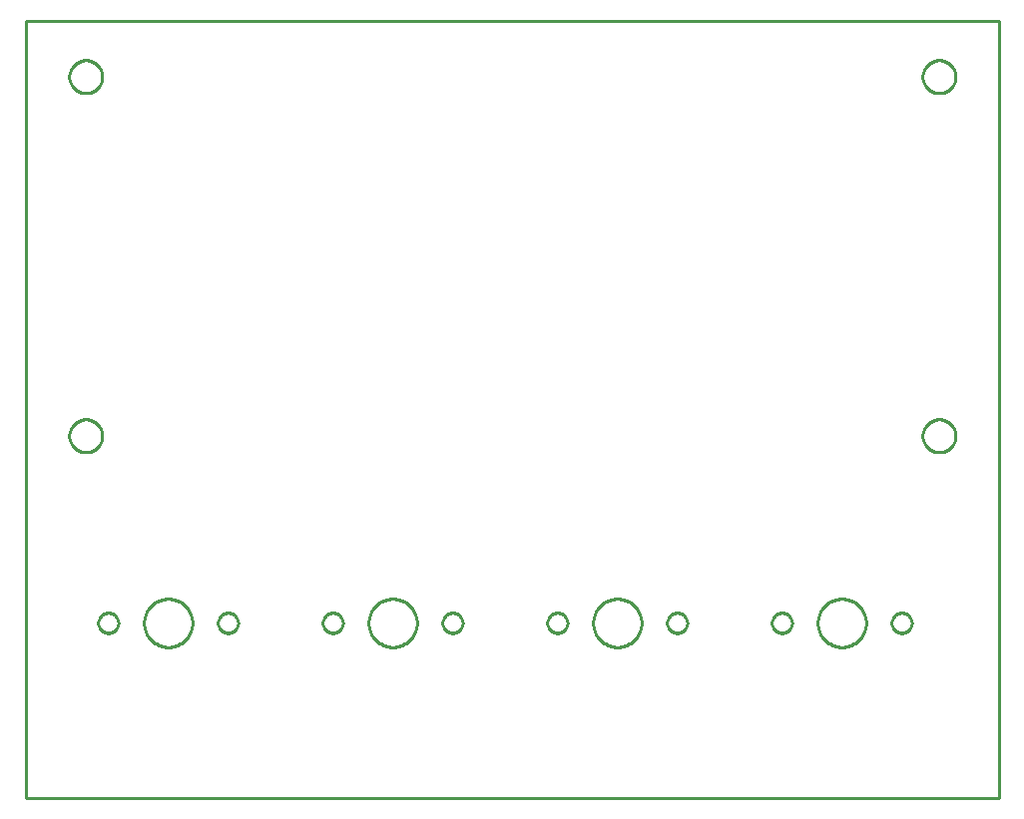
<source format=gbr>
G04 EAGLE Gerber RS-274X export*
G75*
%MOMM*%
%FSLAX34Y34*%
%LPD*%
%IN*%
%IPPOS*%
%AMOC8*
5,1,8,0,0,1.08239X$1,22.5*%
G01*
%ADD10C,0.254000*%


D10*
X304800Y365760D02*
X1130100Y365760D01*
X1130100Y1025400D01*
X304800Y1025400D01*
X304800Y365760D01*
X445897Y513732D02*
X445822Y512499D01*
X445673Y511272D01*
X445451Y510057D01*
X445155Y508857D01*
X444787Y507677D01*
X444349Y506522D01*
X443842Y505395D01*
X443268Y504301D01*
X442629Y503243D01*
X441927Y502226D01*
X441165Y501254D01*
X440345Y500329D01*
X439471Y499455D01*
X438546Y498636D01*
X437574Y497873D01*
X436557Y497171D01*
X435499Y496532D01*
X434405Y495958D01*
X433278Y495451D01*
X432123Y495013D01*
X430943Y494645D01*
X429743Y494349D01*
X428528Y494127D01*
X427301Y493978D01*
X426068Y493903D01*
X424832Y493903D01*
X423599Y493978D01*
X422372Y494127D01*
X421157Y494349D01*
X419957Y494645D01*
X418777Y495013D01*
X417622Y495451D01*
X416495Y495958D01*
X415401Y496532D01*
X414343Y497171D01*
X413326Y497873D01*
X412354Y498636D01*
X411429Y499455D01*
X410555Y500329D01*
X409736Y501254D01*
X408973Y502226D01*
X408271Y503243D01*
X407632Y504301D01*
X407058Y505395D01*
X406551Y506522D01*
X406113Y507677D01*
X405745Y508857D01*
X405449Y510057D01*
X405227Y511272D01*
X405078Y512499D01*
X405003Y513732D01*
X405003Y514968D01*
X405078Y516201D01*
X405227Y517428D01*
X405449Y518643D01*
X405745Y519843D01*
X406113Y521023D01*
X406551Y522178D01*
X407058Y523305D01*
X407632Y524399D01*
X408271Y525457D01*
X408973Y526474D01*
X409736Y527446D01*
X410555Y528371D01*
X411429Y529245D01*
X412354Y530065D01*
X413326Y530827D01*
X414343Y531529D01*
X415401Y532168D01*
X416495Y532742D01*
X417622Y533249D01*
X418777Y533687D01*
X419957Y534055D01*
X421157Y534351D01*
X422372Y534573D01*
X423599Y534722D01*
X424832Y534797D01*
X426068Y534797D01*
X427301Y534722D01*
X428528Y534573D01*
X429743Y534351D01*
X430943Y534055D01*
X432123Y533687D01*
X433278Y533249D01*
X434405Y532742D01*
X435499Y532168D01*
X436557Y531529D01*
X437574Y530827D01*
X438546Y530065D01*
X439471Y529245D01*
X440345Y528371D01*
X441165Y527446D01*
X441927Y526474D01*
X442629Y525457D01*
X443268Y524399D01*
X443842Y523305D01*
X444349Y522178D01*
X444787Y521023D01*
X445155Y519843D01*
X445451Y518643D01*
X445673Y517428D01*
X445822Y516201D01*
X445897Y514968D01*
X445897Y513732D01*
X383184Y513977D02*
X383119Y513235D01*
X382990Y512501D01*
X382797Y511781D01*
X382542Y511081D01*
X382227Y510406D01*
X381855Y509760D01*
X381427Y509150D01*
X380948Y508579D01*
X380421Y508052D01*
X379850Y507573D01*
X379240Y507145D01*
X378595Y506773D01*
X377919Y506458D01*
X377219Y506203D01*
X376499Y506010D01*
X375765Y505881D01*
X375023Y505816D01*
X374277Y505816D01*
X373535Y505881D01*
X372801Y506010D01*
X372081Y506203D01*
X371381Y506458D01*
X370706Y506773D01*
X370060Y507145D01*
X369450Y507573D01*
X368879Y508052D01*
X368352Y508579D01*
X367873Y509150D01*
X367445Y509760D01*
X367073Y510406D01*
X366758Y511081D01*
X366503Y511781D01*
X366310Y512501D01*
X366181Y513235D01*
X366116Y513977D01*
X366116Y514723D01*
X366181Y515465D01*
X366310Y516199D01*
X366503Y516919D01*
X366758Y517619D01*
X367073Y518295D01*
X367445Y518940D01*
X367873Y519550D01*
X368352Y520121D01*
X368879Y520648D01*
X369450Y521127D01*
X370060Y521555D01*
X370706Y521927D01*
X371381Y522242D01*
X372081Y522497D01*
X372801Y522690D01*
X373535Y522819D01*
X374277Y522884D01*
X375023Y522884D01*
X375765Y522819D01*
X376499Y522690D01*
X377219Y522497D01*
X377919Y522242D01*
X378595Y521927D01*
X379240Y521555D01*
X379850Y521127D01*
X380421Y520648D01*
X380948Y520121D01*
X381427Y519550D01*
X381855Y518940D01*
X382227Y518295D01*
X382542Y517619D01*
X382797Y516919D01*
X382990Y516199D01*
X383119Y515465D01*
X383184Y514723D01*
X383184Y513977D01*
X484784Y513977D02*
X484719Y513235D01*
X484590Y512501D01*
X484397Y511781D01*
X484142Y511081D01*
X483827Y510406D01*
X483455Y509760D01*
X483027Y509150D01*
X482548Y508579D01*
X482021Y508052D01*
X481450Y507573D01*
X480840Y507145D01*
X480195Y506773D01*
X479519Y506458D01*
X478819Y506203D01*
X478099Y506010D01*
X477365Y505881D01*
X476623Y505816D01*
X475877Y505816D01*
X475135Y505881D01*
X474401Y506010D01*
X473681Y506203D01*
X472981Y506458D01*
X472306Y506773D01*
X471660Y507145D01*
X471050Y507573D01*
X470479Y508052D01*
X469952Y508579D01*
X469473Y509150D01*
X469045Y509760D01*
X468673Y510406D01*
X468358Y511081D01*
X468103Y511781D01*
X467910Y512501D01*
X467781Y513235D01*
X467716Y513977D01*
X467716Y514723D01*
X467781Y515465D01*
X467910Y516199D01*
X468103Y516919D01*
X468358Y517619D01*
X468673Y518295D01*
X469045Y518940D01*
X469473Y519550D01*
X469952Y520121D01*
X470479Y520648D01*
X471050Y521127D01*
X471660Y521555D01*
X472306Y521927D01*
X472981Y522242D01*
X473681Y522497D01*
X474401Y522690D01*
X475135Y522819D01*
X475877Y522884D01*
X476623Y522884D01*
X477365Y522819D01*
X478099Y522690D01*
X478819Y522497D01*
X479519Y522242D01*
X480195Y521927D01*
X480840Y521555D01*
X481450Y521127D01*
X482021Y520648D01*
X482548Y520121D01*
X483027Y519550D01*
X483455Y518940D01*
X483827Y518295D01*
X484142Y517619D01*
X484397Y516919D01*
X484590Y516199D01*
X484719Y515465D01*
X484784Y514723D01*
X484784Y513977D01*
X636397Y513732D02*
X636322Y512499D01*
X636173Y511272D01*
X635951Y510057D01*
X635655Y508857D01*
X635287Y507677D01*
X634849Y506522D01*
X634342Y505395D01*
X633768Y504301D01*
X633129Y503243D01*
X632427Y502226D01*
X631665Y501254D01*
X630845Y500329D01*
X629971Y499455D01*
X629046Y498636D01*
X628074Y497873D01*
X627057Y497171D01*
X625999Y496532D01*
X624905Y495958D01*
X623778Y495451D01*
X622623Y495013D01*
X621443Y494645D01*
X620243Y494349D01*
X619028Y494127D01*
X617801Y493978D01*
X616568Y493903D01*
X615332Y493903D01*
X614099Y493978D01*
X612872Y494127D01*
X611657Y494349D01*
X610457Y494645D01*
X609277Y495013D01*
X608122Y495451D01*
X606995Y495958D01*
X605901Y496532D01*
X604843Y497171D01*
X603826Y497873D01*
X602854Y498636D01*
X601929Y499455D01*
X601055Y500329D01*
X600236Y501254D01*
X599473Y502226D01*
X598771Y503243D01*
X598132Y504301D01*
X597558Y505395D01*
X597051Y506522D01*
X596613Y507677D01*
X596245Y508857D01*
X595949Y510057D01*
X595727Y511272D01*
X595578Y512499D01*
X595503Y513732D01*
X595503Y514968D01*
X595578Y516201D01*
X595727Y517428D01*
X595949Y518643D01*
X596245Y519843D01*
X596613Y521023D01*
X597051Y522178D01*
X597558Y523305D01*
X598132Y524399D01*
X598771Y525457D01*
X599473Y526474D01*
X600236Y527446D01*
X601055Y528371D01*
X601929Y529245D01*
X602854Y530065D01*
X603826Y530827D01*
X604843Y531529D01*
X605901Y532168D01*
X606995Y532742D01*
X608122Y533249D01*
X609277Y533687D01*
X610457Y534055D01*
X611657Y534351D01*
X612872Y534573D01*
X614099Y534722D01*
X615332Y534797D01*
X616568Y534797D01*
X617801Y534722D01*
X619028Y534573D01*
X620243Y534351D01*
X621443Y534055D01*
X622623Y533687D01*
X623778Y533249D01*
X624905Y532742D01*
X625999Y532168D01*
X627057Y531529D01*
X628074Y530827D01*
X629046Y530065D01*
X629971Y529245D01*
X630845Y528371D01*
X631665Y527446D01*
X632427Y526474D01*
X633129Y525457D01*
X633768Y524399D01*
X634342Y523305D01*
X634849Y522178D01*
X635287Y521023D01*
X635655Y519843D01*
X635951Y518643D01*
X636173Y517428D01*
X636322Y516201D01*
X636397Y514968D01*
X636397Y513732D01*
X573684Y513977D02*
X573619Y513235D01*
X573490Y512501D01*
X573297Y511781D01*
X573042Y511081D01*
X572727Y510406D01*
X572355Y509760D01*
X571927Y509150D01*
X571448Y508579D01*
X570921Y508052D01*
X570350Y507573D01*
X569740Y507145D01*
X569095Y506773D01*
X568419Y506458D01*
X567719Y506203D01*
X566999Y506010D01*
X566265Y505881D01*
X565523Y505816D01*
X564777Y505816D01*
X564035Y505881D01*
X563301Y506010D01*
X562581Y506203D01*
X561881Y506458D01*
X561206Y506773D01*
X560560Y507145D01*
X559950Y507573D01*
X559379Y508052D01*
X558852Y508579D01*
X558373Y509150D01*
X557945Y509760D01*
X557573Y510406D01*
X557258Y511081D01*
X557003Y511781D01*
X556810Y512501D01*
X556681Y513235D01*
X556616Y513977D01*
X556616Y514723D01*
X556681Y515465D01*
X556810Y516199D01*
X557003Y516919D01*
X557258Y517619D01*
X557573Y518295D01*
X557945Y518940D01*
X558373Y519550D01*
X558852Y520121D01*
X559379Y520648D01*
X559950Y521127D01*
X560560Y521555D01*
X561206Y521927D01*
X561881Y522242D01*
X562581Y522497D01*
X563301Y522690D01*
X564035Y522819D01*
X564777Y522884D01*
X565523Y522884D01*
X566265Y522819D01*
X566999Y522690D01*
X567719Y522497D01*
X568419Y522242D01*
X569095Y521927D01*
X569740Y521555D01*
X570350Y521127D01*
X570921Y520648D01*
X571448Y520121D01*
X571927Y519550D01*
X572355Y518940D01*
X572727Y518295D01*
X573042Y517619D01*
X573297Y516919D01*
X573490Y516199D01*
X573619Y515465D01*
X573684Y514723D01*
X573684Y513977D01*
X675284Y513977D02*
X675219Y513235D01*
X675090Y512501D01*
X674897Y511781D01*
X674642Y511081D01*
X674327Y510406D01*
X673955Y509760D01*
X673527Y509150D01*
X673048Y508579D01*
X672521Y508052D01*
X671950Y507573D01*
X671340Y507145D01*
X670695Y506773D01*
X670019Y506458D01*
X669319Y506203D01*
X668599Y506010D01*
X667865Y505881D01*
X667123Y505816D01*
X666377Y505816D01*
X665635Y505881D01*
X664901Y506010D01*
X664181Y506203D01*
X663481Y506458D01*
X662806Y506773D01*
X662160Y507145D01*
X661550Y507573D01*
X660979Y508052D01*
X660452Y508579D01*
X659973Y509150D01*
X659545Y509760D01*
X659173Y510406D01*
X658858Y511081D01*
X658603Y511781D01*
X658410Y512501D01*
X658281Y513235D01*
X658216Y513977D01*
X658216Y514723D01*
X658281Y515465D01*
X658410Y516199D01*
X658603Y516919D01*
X658858Y517619D01*
X659173Y518295D01*
X659545Y518940D01*
X659973Y519550D01*
X660452Y520121D01*
X660979Y520648D01*
X661550Y521127D01*
X662160Y521555D01*
X662806Y521927D01*
X663481Y522242D01*
X664181Y522497D01*
X664901Y522690D01*
X665635Y522819D01*
X666377Y522884D01*
X667123Y522884D01*
X667865Y522819D01*
X668599Y522690D01*
X669319Y522497D01*
X670019Y522242D01*
X670695Y521927D01*
X671340Y521555D01*
X671950Y521127D01*
X672521Y520648D01*
X673048Y520121D01*
X673527Y519550D01*
X673955Y518940D01*
X674327Y518295D01*
X674642Y517619D01*
X674897Y516919D01*
X675090Y516199D01*
X675219Y515465D01*
X675284Y514723D01*
X675284Y513977D01*
X826897Y513732D02*
X826822Y512499D01*
X826673Y511272D01*
X826451Y510057D01*
X826155Y508857D01*
X825787Y507677D01*
X825349Y506522D01*
X824842Y505395D01*
X824268Y504301D01*
X823629Y503243D01*
X822927Y502226D01*
X822165Y501254D01*
X821345Y500329D01*
X820471Y499455D01*
X819546Y498636D01*
X818574Y497873D01*
X817557Y497171D01*
X816499Y496532D01*
X815405Y495958D01*
X814278Y495451D01*
X813123Y495013D01*
X811943Y494645D01*
X810743Y494349D01*
X809528Y494127D01*
X808301Y493978D01*
X807068Y493903D01*
X805832Y493903D01*
X804599Y493978D01*
X803372Y494127D01*
X802157Y494349D01*
X800957Y494645D01*
X799777Y495013D01*
X798622Y495451D01*
X797495Y495958D01*
X796401Y496532D01*
X795343Y497171D01*
X794326Y497873D01*
X793354Y498636D01*
X792429Y499455D01*
X791555Y500329D01*
X790736Y501254D01*
X789973Y502226D01*
X789271Y503243D01*
X788632Y504301D01*
X788058Y505395D01*
X787551Y506522D01*
X787113Y507677D01*
X786745Y508857D01*
X786449Y510057D01*
X786227Y511272D01*
X786078Y512499D01*
X786003Y513732D01*
X786003Y514968D01*
X786078Y516201D01*
X786227Y517428D01*
X786449Y518643D01*
X786745Y519843D01*
X787113Y521023D01*
X787551Y522178D01*
X788058Y523305D01*
X788632Y524399D01*
X789271Y525457D01*
X789973Y526474D01*
X790736Y527446D01*
X791555Y528371D01*
X792429Y529245D01*
X793354Y530065D01*
X794326Y530827D01*
X795343Y531529D01*
X796401Y532168D01*
X797495Y532742D01*
X798622Y533249D01*
X799777Y533687D01*
X800957Y534055D01*
X802157Y534351D01*
X803372Y534573D01*
X804599Y534722D01*
X805832Y534797D01*
X807068Y534797D01*
X808301Y534722D01*
X809528Y534573D01*
X810743Y534351D01*
X811943Y534055D01*
X813123Y533687D01*
X814278Y533249D01*
X815405Y532742D01*
X816499Y532168D01*
X817557Y531529D01*
X818574Y530827D01*
X819546Y530065D01*
X820471Y529245D01*
X821345Y528371D01*
X822165Y527446D01*
X822927Y526474D01*
X823629Y525457D01*
X824268Y524399D01*
X824842Y523305D01*
X825349Y522178D01*
X825787Y521023D01*
X826155Y519843D01*
X826451Y518643D01*
X826673Y517428D01*
X826822Y516201D01*
X826897Y514968D01*
X826897Y513732D01*
X764184Y513977D02*
X764119Y513235D01*
X763990Y512501D01*
X763797Y511781D01*
X763542Y511081D01*
X763227Y510406D01*
X762855Y509760D01*
X762427Y509150D01*
X761948Y508579D01*
X761421Y508052D01*
X760850Y507573D01*
X760240Y507145D01*
X759595Y506773D01*
X758919Y506458D01*
X758219Y506203D01*
X757499Y506010D01*
X756765Y505881D01*
X756023Y505816D01*
X755277Y505816D01*
X754535Y505881D01*
X753801Y506010D01*
X753081Y506203D01*
X752381Y506458D01*
X751706Y506773D01*
X751060Y507145D01*
X750450Y507573D01*
X749879Y508052D01*
X749352Y508579D01*
X748873Y509150D01*
X748445Y509760D01*
X748073Y510406D01*
X747758Y511081D01*
X747503Y511781D01*
X747310Y512501D01*
X747181Y513235D01*
X747116Y513977D01*
X747116Y514723D01*
X747181Y515465D01*
X747310Y516199D01*
X747503Y516919D01*
X747758Y517619D01*
X748073Y518295D01*
X748445Y518940D01*
X748873Y519550D01*
X749352Y520121D01*
X749879Y520648D01*
X750450Y521127D01*
X751060Y521555D01*
X751706Y521927D01*
X752381Y522242D01*
X753081Y522497D01*
X753801Y522690D01*
X754535Y522819D01*
X755277Y522884D01*
X756023Y522884D01*
X756765Y522819D01*
X757499Y522690D01*
X758219Y522497D01*
X758919Y522242D01*
X759595Y521927D01*
X760240Y521555D01*
X760850Y521127D01*
X761421Y520648D01*
X761948Y520121D01*
X762427Y519550D01*
X762855Y518940D01*
X763227Y518295D01*
X763542Y517619D01*
X763797Y516919D01*
X763990Y516199D01*
X764119Y515465D01*
X764184Y514723D01*
X764184Y513977D01*
X865784Y513977D02*
X865719Y513235D01*
X865590Y512501D01*
X865397Y511781D01*
X865142Y511081D01*
X864827Y510406D01*
X864455Y509760D01*
X864027Y509150D01*
X863548Y508579D01*
X863021Y508052D01*
X862450Y507573D01*
X861840Y507145D01*
X861195Y506773D01*
X860519Y506458D01*
X859819Y506203D01*
X859099Y506010D01*
X858365Y505881D01*
X857623Y505816D01*
X856877Y505816D01*
X856135Y505881D01*
X855401Y506010D01*
X854681Y506203D01*
X853981Y506458D01*
X853306Y506773D01*
X852660Y507145D01*
X852050Y507573D01*
X851479Y508052D01*
X850952Y508579D01*
X850473Y509150D01*
X850045Y509760D01*
X849673Y510406D01*
X849358Y511081D01*
X849103Y511781D01*
X848910Y512501D01*
X848781Y513235D01*
X848716Y513977D01*
X848716Y514723D01*
X848781Y515465D01*
X848910Y516199D01*
X849103Y516919D01*
X849358Y517619D01*
X849673Y518295D01*
X850045Y518940D01*
X850473Y519550D01*
X850952Y520121D01*
X851479Y520648D01*
X852050Y521127D01*
X852660Y521555D01*
X853306Y521927D01*
X853981Y522242D01*
X854681Y522497D01*
X855401Y522690D01*
X856135Y522819D01*
X856877Y522884D01*
X857623Y522884D01*
X858365Y522819D01*
X859099Y522690D01*
X859819Y522497D01*
X860519Y522242D01*
X861195Y521927D01*
X861840Y521555D01*
X862450Y521127D01*
X863021Y520648D01*
X863548Y520121D01*
X864027Y519550D01*
X864455Y518940D01*
X864827Y518295D01*
X865142Y517619D01*
X865397Y516919D01*
X865590Y516199D01*
X865719Y515465D01*
X865784Y514723D01*
X865784Y513977D01*
X1017397Y513732D02*
X1017322Y512499D01*
X1017173Y511272D01*
X1016951Y510057D01*
X1016655Y508857D01*
X1016287Y507677D01*
X1015849Y506522D01*
X1015342Y505395D01*
X1014768Y504301D01*
X1014129Y503243D01*
X1013427Y502226D01*
X1012665Y501254D01*
X1011845Y500329D01*
X1010971Y499455D01*
X1010046Y498636D01*
X1009074Y497873D01*
X1008057Y497171D01*
X1006999Y496532D01*
X1005905Y495958D01*
X1004778Y495451D01*
X1003623Y495013D01*
X1002443Y494645D01*
X1001243Y494349D01*
X1000028Y494127D01*
X998801Y493978D01*
X997568Y493903D01*
X996332Y493903D01*
X995099Y493978D01*
X993872Y494127D01*
X992657Y494349D01*
X991457Y494645D01*
X990277Y495013D01*
X989122Y495451D01*
X987995Y495958D01*
X986901Y496532D01*
X985843Y497171D01*
X984826Y497873D01*
X983854Y498636D01*
X982929Y499455D01*
X982055Y500329D01*
X981236Y501254D01*
X980473Y502226D01*
X979771Y503243D01*
X979132Y504301D01*
X978558Y505395D01*
X978051Y506522D01*
X977613Y507677D01*
X977245Y508857D01*
X976949Y510057D01*
X976727Y511272D01*
X976578Y512499D01*
X976503Y513732D01*
X976503Y514968D01*
X976578Y516201D01*
X976727Y517428D01*
X976949Y518643D01*
X977245Y519843D01*
X977613Y521023D01*
X978051Y522178D01*
X978558Y523305D01*
X979132Y524399D01*
X979771Y525457D01*
X980473Y526474D01*
X981236Y527446D01*
X982055Y528371D01*
X982929Y529245D01*
X983854Y530065D01*
X984826Y530827D01*
X985843Y531529D01*
X986901Y532168D01*
X987995Y532742D01*
X989122Y533249D01*
X990277Y533687D01*
X991457Y534055D01*
X992657Y534351D01*
X993872Y534573D01*
X995099Y534722D01*
X996332Y534797D01*
X997568Y534797D01*
X998801Y534722D01*
X1000028Y534573D01*
X1001243Y534351D01*
X1002443Y534055D01*
X1003623Y533687D01*
X1004778Y533249D01*
X1005905Y532742D01*
X1006999Y532168D01*
X1008057Y531529D01*
X1009074Y530827D01*
X1010046Y530065D01*
X1010971Y529245D01*
X1011845Y528371D01*
X1012665Y527446D01*
X1013427Y526474D01*
X1014129Y525457D01*
X1014768Y524399D01*
X1015342Y523305D01*
X1015849Y522178D01*
X1016287Y521023D01*
X1016655Y519843D01*
X1016951Y518643D01*
X1017173Y517428D01*
X1017322Y516201D01*
X1017397Y514968D01*
X1017397Y513732D01*
X954684Y513977D02*
X954619Y513235D01*
X954490Y512501D01*
X954297Y511781D01*
X954042Y511081D01*
X953727Y510406D01*
X953355Y509760D01*
X952927Y509150D01*
X952448Y508579D01*
X951921Y508052D01*
X951350Y507573D01*
X950740Y507145D01*
X950095Y506773D01*
X949419Y506458D01*
X948719Y506203D01*
X947999Y506010D01*
X947265Y505881D01*
X946523Y505816D01*
X945777Y505816D01*
X945035Y505881D01*
X944301Y506010D01*
X943581Y506203D01*
X942881Y506458D01*
X942206Y506773D01*
X941560Y507145D01*
X940950Y507573D01*
X940379Y508052D01*
X939852Y508579D01*
X939373Y509150D01*
X938945Y509760D01*
X938573Y510406D01*
X938258Y511081D01*
X938003Y511781D01*
X937810Y512501D01*
X937681Y513235D01*
X937616Y513977D01*
X937616Y514723D01*
X937681Y515465D01*
X937810Y516199D01*
X938003Y516919D01*
X938258Y517619D01*
X938573Y518295D01*
X938945Y518940D01*
X939373Y519550D01*
X939852Y520121D01*
X940379Y520648D01*
X940950Y521127D01*
X941560Y521555D01*
X942206Y521927D01*
X942881Y522242D01*
X943581Y522497D01*
X944301Y522690D01*
X945035Y522819D01*
X945777Y522884D01*
X946523Y522884D01*
X947265Y522819D01*
X947999Y522690D01*
X948719Y522497D01*
X949419Y522242D01*
X950095Y521927D01*
X950740Y521555D01*
X951350Y521127D01*
X951921Y520648D01*
X952448Y520121D01*
X952927Y519550D01*
X953355Y518940D01*
X953727Y518295D01*
X954042Y517619D01*
X954297Y516919D01*
X954490Y516199D01*
X954619Y515465D01*
X954684Y514723D01*
X954684Y513977D01*
X1056284Y513977D02*
X1056219Y513235D01*
X1056090Y512501D01*
X1055897Y511781D01*
X1055642Y511081D01*
X1055327Y510406D01*
X1054955Y509760D01*
X1054527Y509150D01*
X1054048Y508579D01*
X1053521Y508052D01*
X1052950Y507573D01*
X1052340Y507145D01*
X1051695Y506773D01*
X1051019Y506458D01*
X1050319Y506203D01*
X1049599Y506010D01*
X1048865Y505881D01*
X1048123Y505816D01*
X1047377Y505816D01*
X1046635Y505881D01*
X1045901Y506010D01*
X1045181Y506203D01*
X1044481Y506458D01*
X1043806Y506773D01*
X1043160Y507145D01*
X1042550Y507573D01*
X1041979Y508052D01*
X1041452Y508579D01*
X1040973Y509150D01*
X1040545Y509760D01*
X1040173Y510406D01*
X1039858Y511081D01*
X1039603Y511781D01*
X1039410Y512501D01*
X1039281Y513235D01*
X1039216Y513977D01*
X1039216Y514723D01*
X1039281Y515465D01*
X1039410Y516199D01*
X1039603Y516919D01*
X1039858Y517619D01*
X1040173Y518295D01*
X1040545Y518940D01*
X1040973Y519550D01*
X1041452Y520121D01*
X1041979Y520648D01*
X1042550Y521127D01*
X1043160Y521555D01*
X1043806Y521927D01*
X1044481Y522242D01*
X1045181Y522497D01*
X1045901Y522690D01*
X1046635Y522819D01*
X1047377Y522884D01*
X1048123Y522884D01*
X1048865Y522819D01*
X1049599Y522690D01*
X1050319Y522497D01*
X1051019Y522242D01*
X1051695Y521927D01*
X1052340Y521555D01*
X1052950Y521127D01*
X1053521Y520648D01*
X1054048Y520121D01*
X1054527Y519550D01*
X1054955Y518940D01*
X1055327Y518295D01*
X1055642Y517619D01*
X1055897Y516919D01*
X1056090Y516199D01*
X1056219Y515465D01*
X1056284Y514723D01*
X1056284Y513977D01*
X369600Y977400D02*
X369529Y976403D01*
X369386Y975413D01*
X369174Y974436D01*
X368892Y973476D01*
X368543Y972539D01*
X368127Y971629D01*
X367648Y970752D01*
X367107Y969910D01*
X366508Y969110D01*
X365853Y968354D01*
X365146Y967647D01*
X364390Y966992D01*
X363590Y966393D01*
X362748Y965852D01*
X361871Y965373D01*
X360961Y964957D01*
X360024Y964608D01*
X359065Y964326D01*
X358087Y964114D01*
X357098Y963971D01*
X356100Y963900D01*
X355100Y963900D01*
X354103Y963971D01*
X353113Y964114D01*
X352136Y964326D01*
X351176Y964608D01*
X350239Y964957D01*
X349329Y965373D01*
X348452Y965852D01*
X347610Y966393D01*
X346810Y966992D01*
X346054Y967647D01*
X345347Y968354D01*
X344692Y969110D01*
X344093Y969910D01*
X343552Y970752D01*
X343073Y971629D01*
X342657Y972539D01*
X342308Y973476D01*
X342026Y974436D01*
X341814Y975413D01*
X341671Y976403D01*
X341600Y977400D01*
X341600Y978400D01*
X341671Y979398D01*
X341814Y980387D01*
X342026Y981365D01*
X342308Y982324D01*
X342657Y983261D01*
X343073Y984171D01*
X343552Y985048D01*
X344093Y985890D01*
X344692Y986690D01*
X345347Y987446D01*
X346054Y988153D01*
X346810Y988808D01*
X347610Y989407D01*
X348452Y989948D01*
X349329Y990427D01*
X350239Y990843D01*
X351176Y991192D01*
X352136Y991474D01*
X353113Y991686D01*
X354103Y991829D01*
X355100Y991900D01*
X356100Y991900D01*
X357098Y991829D01*
X358087Y991686D01*
X359065Y991474D01*
X360024Y991192D01*
X360961Y990843D01*
X361871Y990427D01*
X362748Y989948D01*
X363590Y989407D01*
X364390Y988808D01*
X365146Y988153D01*
X365853Y987446D01*
X366508Y986690D01*
X367107Y985890D01*
X367648Y985048D01*
X368127Y984171D01*
X368543Y983261D01*
X368892Y982324D01*
X369174Y981365D01*
X369386Y980387D01*
X369529Y979398D01*
X369600Y978400D01*
X369600Y977400D01*
X1093500Y977400D02*
X1093429Y976403D01*
X1093286Y975413D01*
X1093074Y974436D01*
X1092792Y973476D01*
X1092443Y972539D01*
X1092027Y971629D01*
X1091548Y970752D01*
X1091007Y969910D01*
X1090408Y969110D01*
X1089753Y968354D01*
X1089046Y967647D01*
X1088290Y966992D01*
X1087490Y966393D01*
X1086648Y965852D01*
X1085771Y965373D01*
X1084861Y964957D01*
X1083924Y964608D01*
X1082965Y964326D01*
X1081987Y964114D01*
X1080998Y963971D01*
X1080000Y963900D01*
X1079000Y963900D01*
X1078003Y963971D01*
X1077013Y964114D01*
X1076036Y964326D01*
X1075076Y964608D01*
X1074139Y964957D01*
X1073229Y965373D01*
X1072352Y965852D01*
X1071510Y966393D01*
X1070710Y966992D01*
X1069954Y967647D01*
X1069247Y968354D01*
X1068592Y969110D01*
X1067993Y969910D01*
X1067452Y970752D01*
X1066973Y971629D01*
X1066557Y972539D01*
X1066208Y973476D01*
X1065926Y974436D01*
X1065714Y975413D01*
X1065571Y976403D01*
X1065500Y977400D01*
X1065500Y978400D01*
X1065571Y979398D01*
X1065714Y980387D01*
X1065926Y981365D01*
X1066208Y982324D01*
X1066557Y983261D01*
X1066973Y984171D01*
X1067452Y985048D01*
X1067993Y985890D01*
X1068592Y986690D01*
X1069247Y987446D01*
X1069954Y988153D01*
X1070710Y988808D01*
X1071510Y989407D01*
X1072352Y989948D01*
X1073229Y990427D01*
X1074139Y990843D01*
X1075076Y991192D01*
X1076036Y991474D01*
X1077013Y991686D01*
X1078003Y991829D01*
X1079000Y991900D01*
X1080000Y991900D01*
X1080998Y991829D01*
X1081987Y991686D01*
X1082965Y991474D01*
X1083924Y991192D01*
X1084861Y990843D01*
X1085771Y990427D01*
X1086648Y989948D01*
X1087490Y989407D01*
X1088290Y988808D01*
X1089046Y988153D01*
X1089753Y987446D01*
X1090408Y986690D01*
X1091007Y985890D01*
X1091548Y985048D01*
X1092027Y984171D01*
X1092443Y983261D01*
X1092792Y982324D01*
X1093074Y981365D01*
X1093286Y980387D01*
X1093429Y979398D01*
X1093500Y978400D01*
X1093500Y977400D01*
X1093500Y672600D02*
X1093429Y671603D01*
X1093286Y670613D01*
X1093074Y669636D01*
X1092792Y668676D01*
X1092443Y667739D01*
X1092027Y666829D01*
X1091548Y665952D01*
X1091007Y665110D01*
X1090408Y664310D01*
X1089753Y663554D01*
X1089046Y662847D01*
X1088290Y662192D01*
X1087490Y661593D01*
X1086648Y661052D01*
X1085771Y660573D01*
X1084861Y660157D01*
X1083924Y659808D01*
X1082965Y659526D01*
X1081987Y659314D01*
X1080998Y659171D01*
X1080000Y659100D01*
X1079000Y659100D01*
X1078003Y659171D01*
X1077013Y659314D01*
X1076036Y659526D01*
X1075076Y659808D01*
X1074139Y660157D01*
X1073229Y660573D01*
X1072352Y661052D01*
X1071510Y661593D01*
X1070710Y662192D01*
X1069954Y662847D01*
X1069247Y663554D01*
X1068592Y664310D01*
X1067993Y665110D01*
X1067452Y665952D01*
X1066973Y666829D01*
X1066557Y667739D01*
X1066208Y668676D01*
X1065926Y669636D01*
X1065714Y670613D01*
X1065571Y671603D01*
X1065500Y672600D01*
X1065500Y673600D01*
X1065571Y674598D01*
X1065714Y675587D01*
X1065926Y676565D01*
X1066208Y677524D01*
X1066557Y678461D01*
X1066973Y679371D01*
X1067452Y680248D01*
X1067993Y681090D01*
X1068592Y681890D01*
X1069247Y682646D01*
X1069954Y683353D01*
X1070710Y684008D01*
X1071510Y684607D01*
X1072352Y685148D01*
X1073229Y685627D01*
X1074139Y686043D01*
X1075076Y686392D01*
X1076036Y686674D01*
X1077013Y686886D01*
X1078003Y687029D01*
X1079000Y687100D01*
X1080000Y687100D01*
X1080998Y687029D01*
X1081987Y686886D01*
X1082965Y686674D01*
X1083924Y686392D01*
X1084861Y686043D01*
X1085771Y685627D01*
X1086648Y685148D01*
X1087490Y684607D01*
X1088290Y684008D01*
X1089046Y683353D01*
X1089753Y682646D01*
X1090408Y681890D01*
X1091007Y681090D01*
X1091548Y680248D01*
X1092027Y679371D01*
X1092443Y678461D01*
X1092792Y677524D01*
X1093074Y676565D01*
X1093286Y675587D01*
X1093429Y674598D01*
X1093500Y673600D01*
X1093500Y672600D01*
X369600Y672600D02*
X369529Y671603D01*
X369386Y670613D01*
X369174Y669636D01*
X368892Y668676D01*
X368543Y667739D01*
X368127Y666829D01*
X367648Y665952D01*
X367107Y665110D01*
X366508Y664310D01*
X365853Y663554D01*
X365146Y662847D01*
X364390Y662192D01*
X363590Y661593D01*
X362748Y661052D01*
X361871Y660573D01*
X360961Y660157D01*
X360024Y659808D01*
X359065Y659526D01*
X358087Y659314D01*
X357098Y659171D01*
X356100Y659100D01*
X355100Y659100D01*
X354103Y659171D01*
X353113Y659314D01*
X352136Y659526D01*
X351176Y659808D01*
X350239Y660157D01*
X349329Y660573D01*
X348452Y661052D01*
X347610Y661593D01*
X346810Y662192D01*
X346054Y662847D01*
X345347Y663554D01*
X344692Y664310D01*
X344093Y665110D01*
X343552Y665952D01*
X343073Y666829D01*
X342657Y667739D01*
X342308Y668676D01*
X342026Y669636D01*
X341814Y670613D01*
X341671Y671603D01*
X341600Y672600D01*
X341600Y673600D01*
X341671Y674598D01*
X341814Y675587D01*
X342026Y676565D01*
X342308Y677524D01*
X342657Y678461D01*
X343073Y679371D01*
X343552Y680248D01*
X344093Y681090D01*
X344692Y681890D01*
X345347Y682646D01*
X346054Y683353D01*
X346810Y684008D01*
X347610Y684607D01*
X348452Y685148D01*
X349329Y685627D01*
X350239Y686043D01*
X351176Y686392D01*
X352136Y686674D01*
X353113Y686886D01*
X354103Y687029D01*
X355100Y687100D01*
X356100Y687100D01*
X357098Y687029D01*
X358087Y686886D01*
X359065Y686674D01*
X360024Y686392D01*
X360961Y686043D01*
X361871Y685627D01*
X362748Y685148D01*
X363590Y684607D01*
X364390Y684008D01*
X365146Y683353D01*
X365853Y682646D01*
X366508Y681890D01*
X367107Y681090D01*
X367648Y680248D01*
X368127Y679371D01*
X368543Y678461D01*
X368892Y677524D01*
X369174Y676565D01*
X369386Y675587D01*
X369529Y674598D01*
X369600Y673600D01*
X369600Y672600D01*
M02*

</source>
